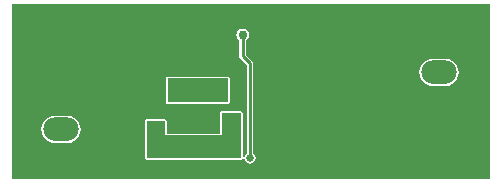
<source format=gbl>
%FSLAX25Y25*%
%MOIN*%
G70*
G01*
G75*
G04 Layer_Physical_Order=2*
G04 Layer_Color=16711680*
%ADD10R,0.05512X0.13386*%
%ADD11R,0.03543X0.02756*%
%ADD12R,0.02756X0.03543*%
%ADD13R,0.03543X0.03150*%
%ADD14R,0.06693X0.04331*%
%ADD15R,0.10630X0.10039*%
%ADD16R,0.04331X0.06693*%
%ADD17O,0.03150X0.00984*%
%ADD18O,0.00984X0.03150*%
%ADD19R,0.06811X0.06811*%
%ADD20C,0.03000*%
%ADD21C,0.01000*%
%ADD22C,0.02000*%
%ADD23O,0.11811X0.07874*%
%ADD24C,0.03000*%
%ADD25C,0.02500*%
G36*
X382379Y352121D02*
X223122D01*
Y410378D01*
X382379D01*
Y352121D01*
D02*
G37*
%LPC*%
G36*
X300000Y402141D02*
X299181Y401978D01*
X298486Y401514D01*
X298022Y400819D01*
X297859Y400000D01*
X298022Y399181D01*
X298486Y398486D01*
X298879Y398224D01*
Y393000D01*
X298878Y393000D01*
X298964Y392571D01*
X299207Y392207D01*
X301378Y390035D01*
Y360476D01*
X301166Y360334D01*
X300757Y359722D01*
X300647Y359167D01*
X300159Y359215D01*
Y359215D01*
X300149Y359216D01*
Y374000D01*
X299959Y374459D01*
X299500Y374649D01*
X293000D01*
X292541Y374459D01*
X292351Y374000D01*
Y367149D01*
X274649D01*
Y371321D01*
X274459Y371781D01*
X274000Y371971D01*
X268000D01*
X267541Y371781D01*
X267351Y371321D01*
Y359000D01*
X267541Y358541D01*
X268000Y358351D01*
X299500D01*
X299959Y358541D01*
X300133Y358962D01*
X300622Y358913D01*
D01*
X300631Y358913D01*
X300757Y358278D01*
X301166Y357666D01*
X301778Y357257D01*
X302500Y357114D01*
X303222Y357257D01*
X303834Y357666D01*
X304243Y358278D01*
X304386Y359000D01*
X304243Y359722D01*
X303834Y360334D01*
X303622Y360476D01*
Y390500D01*
X303536Y390929D01*
X303293Y391293D01*
X303293Y391293D01*
X301121Y393465D01*
Y398224D01*
X301514Y398486D01*
X301978Y399181D01*
X302141Y400000D01*
X301978Y400819D01*
X301514Y401514D01*
X300819Y401978D01*
X300000Y402141D01*
D02*
G37*
G36*
X241469Y373076D02*
X237531D01*
X236347Y372920D01*
X235243Y372463D01*
X234296Y371736D01*
X233568Y370788D01*
X233111Y369684D01*
X232955Y368500D01*
X233111Y367316D01*
X233568Y366212D01*
X234296Y365264D01*
X235243Y364537D01*
X236347Y364080D01*
X237531Y363924D01*
X241469D01*
X242653Y364080D01*
X243757Y364537D01*
X244704Y365264D01*
X245432Y366212D01*
X245889Y367316D01*
X246045Y368500D01*
X245889Y369684D01*
X245432Y370788D01*
X244704Y371736D01*
X243757Y372463D01*
X242653Y372920D01*
X241469Y373076D01*
D02*
G37*
G36*
X367469Y392076D02*
X363531D01*
X362347Y391920D01*
X361243Y391463D01*
X360296Y390736D01*
X359568Y389788D01*
X359111Y388684D01*
X358955Y387500D01*
X359111Y386316D01*
X359568Y385212D01*
X360296Y384264D01*
X361243Y383537D01*
X362347Y383080D01*
X363531Y382924D01*
X367469D01*
X368653Y383080D01*
X369757Y383537D01*
X370704Y384264D01*
X371432Y385212D01*
X371889Y386316D01*
X372045Y387500D01*
X371889Y388684D01*
X371432Y389788D01*
X370704Y390736D01*
X369757Y391463D01*
X368653Y391920D01*
X367469Y392076D01*
D02*
G37*
G36*
X295000Y386149D02*
X275000D01*
X274541Y385959D01*
X274351Y385500D01*
Y377500D01*
X274541Y377041D01*
X275000Y376851D01*
X295000D01*
X295459Y377041D01*
X295649Y377500D01*
Y385500D01*
X295459Y385959D01*
X295000Y386149D01*
D02*
G37*
%LPD*%
G36*
Y377500D02*
X275000D01*
Y385500D01*
X295000D01*
Y377500D01*
D02*
G37*
G36*
X299500Y359000D02*
X268000D01*
Y371321D01*
X274000D01*
Y366500D01*
X293000D01*
Y374000D01*
X299500D01*
Y359000D01*
D02*
G37*
D21*
X302500D02*
Y390500D01*
X300000Y393000D02*
X302500Y390500D01*
X300000Y393000D02*
Y400000D01*
D23*
X365500Y387500D02*
D03*
Y367500D02*
D03*
X239500Y368500D02*
D03*
Y388500D02*
D03*
D24*
X345500Y403000D02*
D03*
Y394500D02*
D03*
X300000Y400000D02*
D03*
D25*
X295000Y372484D02*
D03*
X298000Y372500D02*
D03*
X269500Y369500D02*
D03*
X272500D02*
D03*
X269500Y366500D02*
D03*
X272500D02*
D03*
X269500Y363500D02*
D03*
X272500D02*
D03*
Y360500D02*
D03*
X269500D02*
D03*
X280000Y380500D02*
D03*
X277000D02*
D03*
X280000Y383500D02*
D03*
X277000D02*
D03*
X290000D02*
D03*
X293000D02*
D03*
X290000Y380500D02*
D03*
X293000D02*
D03*
X302500Y359000D02*
D03*
X274000Y356000D02*
D03*
X278500Y355000D02*
D03*
X283000Y373500D02*
D03*
X287000D02*
D03*
X283000Y369500D02*
D03*
X287000D02*
D03*
X282000Y388000D02*
D03*
X285000D02*
D03*
X276000D02*
D03*
X279000D02*
D03*
X273000D02*
D03*
X270000D02*
D03*
X267000D02*
D03*
X264000D02*
D03*
M02*

</source>
